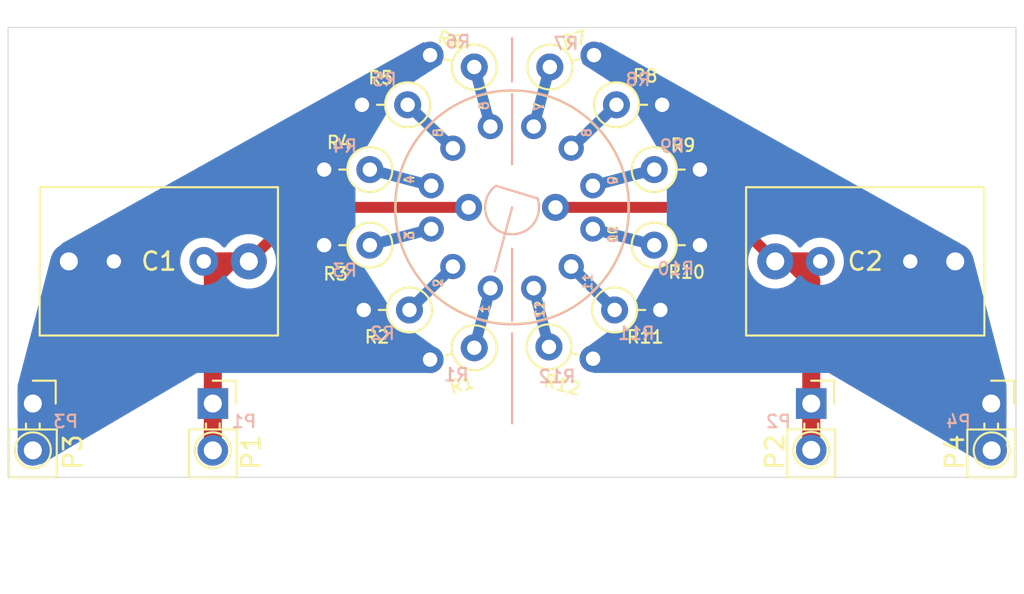
<source format=kicad_pcb>
(kicad_pcb (version 20171130) (host pcbnew "(5.1.2-1)-1")

  (general
    (thickness 1.6)
    (drawings 45)
    (tracks 27)
    (zones 0)
    (modules 25)
    (nets 17)
  )

  (page A4)
  (layers
    (0 F.Cu signal)
    (31 B.Cu signal)
    (32 B.Adhes user hide)
    (33 F.Adhes user hide)
    (34 B.Paste user hide)
    (35 F.Paste user hide)
    (36 B.SilkS user)
    (37 F.SilkS user)
    (38 B.Mask user)
    (39 F.Mask user)
    (40 Dwgs.User user hide)
    (41 Cmts.User user hide)
    (42 Eco1.User user hide)
    (43 Eco2.User user hide)
    (44 Edge.Cuts user)
    (45 Margin user hide)
    (46 B.CrtYd user hide)
    (47 F.CrtYd user hide)
    (48 B.Fab user hide)
    (49 F.Fab user hide)
  )

  (setup
    (last_trace_width 0.25)
    (user_trace_width 0.45)
    (user_trace_width 0.5)
    (user_trace_width 1)
    (trace_clearance 0.2)
    (zone_clearance 0.3)
    (zone_45_only no)
    (trace_min 0.2)
    (via_size 0.8)
    (via_drill 0.4)
    (via_min_size 0.4)
    (via_min_drill 0.3)
    (uvia_size 0.3)
    (uvia_drill 0.1)
    (uvias_allowed no)
    (uvia_min_size 0.2)
    (uvia_min_drill 0.1)
    (edge_width 0.05)
    (segment_width 0.2)
    (pcb_text_width 0.3)
    (pcb_text_size 1.5 1.5)
    (mod_edge_width 0.12)
    (mod_text_size 1 1)
    (mod_text_width 0.15)
    (pad_size 1.4 1.4)
    (pad_drill 0.8)
    (pad_to_mask_clearance 0.051)
    (solder_mask_min_width 0.25)
    (aux_axis_origin 0 0)
    (grid_origin 133 77)
    (visible_elements FFFFFF7F)
    (pcbplotparams
      (layerselection 0x010fc_ffffffff)
      (usegerberextensions false)
      (usegerberattributes false)
      (usegerberadvancedattributes false)
      (creategerberjobfile false)
      (excludeedgelayer true)
      (linewidth 0.100000)
      (plotframeref false)
      (viasonmask false)
      (mode 1)
      (useauxorigin false)
      (hpglpennumber 1)
      (hpglpenspeed 20)
      (hpglpendiameter 15.000000)
      (psnegative false)
      (psa4output false)
      (plotreference true)
      (plotvalue true)
      (plotinvisibletext false)
      (padsonsilk false)
      (subtractmaskfromsilk false)
      (outputformat 1)
      (mirror false)
      (drillshape 1)
      (scaleselection 1)
      (outputdirectory ""))
  )

  (net 0 "")
  (net 1 "Net-(R10-Pad1)")
  (net 2 "Net-(R11-Pad1)")
  (net 3 "Net-(R1-Pad1)")
  (net 4 "Net-(R2-Pad1)")
  (net 5 "Net-(R3-Pad1)")
  (net 6 "Net-(R4-Pad1)")
  (net 7 "Net-(R5-Pad1)")
  (net 8 "Net-(R6-Pad1)")
  (net 9 "Net-(R9-Pad1)")
  (net 10 "Net-(R7-Pad1)")
  (net 11 "Net-(R8-Pad1)")
  (net 12 "Net-(R12-Pad1)")
  (net 13 "Net-(C1-Pad1)")
  (net 14 "Net-(C1-Pad2)")
  (net 15 "Net-(C2-Pad2)")
  (net 16 "Net-(C2-Pad1)")

  (net_class Default "This is the default net class."
    (clearance 0.2)
    (trace_width 0.25)
    (via_dia 0.8)
    (via_drill 0.4)
    (uvia_dia 0.3)
    (uvia_drill 0.1)
  )

  (net_class signal ""
    (clearance 0.15)
    (trace_width 0.6096)
    (via_dia 0.8)
    (via_drill 0.4)
    (uvia_dia 0.3)
    (uvia_drill 0.1)
    (add_net "Net-(C1-Pad1)")
    (add_net "Net-(C1-Pad2)")
    (add_net "Net-(C2-Pad1)")
    (add_net "Net-(C2-Pad2)")
    (add_net "Net-(R1-Pad1)")
    (add_net "Net-(R10-Pad1)")
    (add_net "Net-(R11-Pad1)")
    (add_net "Net-(R12-Pad1)")
    (add_net "Net-(R2-Pad1)")
    (add_net "Net-(R3-Pad1)")
    (add_net "Net-(R4-Pad1)")
    (add_net "Net-(R5-Pad1)")
    (add_net "Net-(R6-Pad1)")
    (add_net "Net-(R7-Pad1)")
    (add_net "Net-(R8-Pad1)")
    (add_net "Net-(R9-Pad1)")
  )

  (module Load-PCB:C_Load-5p (layer F.Cu) (tedit 6043B8C3) (tstamp 6043C18D)
    (at 108.375 65)
    (descr "C, Rect series, Radial, pin pitch=10.00mm, , length*width=13*8mm^2, Capacitor, http://www.wima.com/EN/WIMA_FKS_3.pdf, http://www.wima.com/EN/WIMA_MKS_4.pdf")
    (tags "C Rect series Radial pin pitch 10.00mm  length 13mm width 8mm Capacitor")
    (path /6043DB44)
    (fp_text reference C1 (at 5 0) (layer F.SilkS)
      (effects (font (size 1 1) (thickness 0.15)))
    )
    (fp_text value C (at 5 5.25) (layer F.Fab)
      (effects (font (size 1 1) (thickness 0.15)))
    )
    (fp_text user %R (at 5 0) (layer F.Fab)
      (effects (font (size 1 1) (thickness 0.15)))
    )
    (fp_line (start 11.75 -4.25) (end -1.75 -4.25) (layer F.CrtYd) (width 0.05))
    (fp_line (start 11.75 4.25) (end 11.75 -4.25) (layer F.CrtYd) (width 0.05))
    (fp_line (start -1.75 4.25) (end 11.75 4.25) (layer F.CrtYd) (width 0.05))
    (fp_line (start -1.75 -4.25) (end -1.75 4.25) (layer F.CrtYd) (width 0.05))
    (fp_line (start 11.62 -4.12) (end 11.62 4.12) (layer F.SilkS) (width 0.12))
    (fp_line (start -1.62 -4.12) (end -1.62 4.12) (layer F.SilkS) (width 0.12))
    (fp_line (start -1.62 4.12) (end 11.62 4.12) (layer F.SilkS) (width 0.12))
    (fp_line (start -1.62 -4.12) (end 11.62 -4.12) (layer F.SilkS) (width 0.12))
    (fp_line (start 11.5 -4) (end -1.5 -4) (layer F.Fab) (width 0.1))
    (fp_line (start 11.5 4) (end 11.5 -4) (layer F.Fab) (width 0.1))
    (fp_line (start -1.5 4) (end 11.5 4) (layer F.Fab) (width 0.1))
    (fp_line (start -1.5 -4) (end -1.5 4) (layer F.Fab) (width 0.1))
    (pad 2 thru_hole circle (at 7.5 0) (size 1.6 1.6) (drill 0.8) (layers *.Cu *.Mask)
      (net 14 "Net-(C1-Pad2)"))
    (pad 1 thru_hole circle (at 2.5 0) (size 1.6 1.6) (drill 0.8) (layers *.Cu *.Mask)
      (net 13 "Net-(C1-Pad1)"))
    (pad 2 thru_hole circle (at 10 0) (size 2 2) (drill 1) (layers *.Cu *.Mask)
      (net 14 "Net-(C1-Pad2)"))
    (pad 1 thru_hole circle (at 0 0) (size 2 2) (drill 1) (layers *.Cu *.Mask)
      (net 13 "Net-(C1-Pad1)"))
    (model ${KIPRJMOD}/Lib/3D/C_Rect_L7.2mm_W5.5mm_P5.00mm_FKS2_FKP2_MKS2_MKP2.step
      (offset (xyz 2.5 0 0))
      (scale (xyz 1 1 1))
      (rotate (xyz 0 0 0))
    )
  )

  (module Load-PCB:C_Load-5p (layer F.Cu) (tedit 6043B8C3) (tstamp 60455F7B)
    (at 157.625 65 180)
    (descr "C, Rect series, Radial, pin pitch=10.00mm, , length*width=13*8mm^2, Capacitor, http://www.wima.com/EN/WIMA_FKS_3.pdf, http://www.wima.com/EN/WIMA_MKS_4.pdf")
    (tags "C Rect series Radial pin pitch 10.00mm  length 13mm width 8mm Capacitor")
    (path /6043E717)
    (fp_text reference C2 (at 5 0) (layer F.SilkS)
      (effects (font (size 1 1) (thickness 0.15)))
    )
    (fp_text value C (at 5 5.25) (layer F.Fab)
      (effects (font (size 1 1) (thickness 0.15)))
    )
    (fp_text user %R (at 5 0) (layer F.Fab)
      (effects (font (size 1 1) (thickness 0.15)))
    )
    (fp_line (start 11.75 -4.25) (end -1.75 -4.25) (layer F.CrtYd) (width 0.05))
    (fp_line (start 11.75 4.25) (end 11.75 -4.25) (layer F.CrtYd) (width 0.05))
    (fp_line (start -1.75 4.25) (end 11.75 4.25) (layer F.CrtYd) (width 0.05))
    (fp_line (start -1.75 -4.25) (end -1.75 4.25) (layer F.CrtYd) (width 0.05))
    (fp_line (start 11.62 -4.12) (end 11.62 4.12) (layer F.SilkS) (width 0.12))
    (fp_line (start -1.62 -4.12) (end -1.62 4.12) (layer F.SilkS) (width 0.12))
    (fp_line (start -1.62 4.12) (end 11.62 4.12) (layer F.SilkS) (width 0.12))
    (fp_line (start -1.62 -4.12) (end 11.62 -4.12) (layer F.SilkS) (width 0.12))
    (fp_line (start 11.5 -4) (end -1.5 -4) (layer F.Fab) (width 0.1))
    (fp_line (start 11.5 4) (end 11.5 -4) (layer F.Fab) (width 0.1))
    (fp_line (start -1.5 4) (end 11.5 4) (layer F.Fab) (width 0.1))
    (fp_line (start -1.5 -4) (end -1.5 4) (layer F.Fab) (width 0.1))
    (pad 2 thru_hole circle (at 7.5 0 180) (size 1.6 1.6) (drill 0.8) (layers *.Cu *.Mask)
      (net 15 "Net-(C2-Pad2)"))
    (pad 1 thru_hole circle (at 2.5 0 180) (size 1.6 1.6) (drill 0.8) (layers *.Cu *.Mask)
      (net 16 "Net-(C2-Pad1)"))
    (pad 2 thru_hole circle (at 10 0 180) (size 2 2) (drill 1) (layers *.Cu *.Mask)
      (net 15 "Net-(C2-Pad2)"))
    (pad 1 thru_hole circle (at 0 0 180) (size 2 2) (drill 1) (layers *.Cu *.Mask)
      (net 16 "Net-(C2-Pad1)"))
    (model ${KIPRJMOD}/Lib/3D/C_Rect_L7.2mm_W5.5mm_P5.00mm_FKS2_FKP2_MKS2_MKP2.step
      (offset (xyz 2.5 0 0))
      (scale (xyz 1 1 1))
      (rotate (xyz 0 0 0))
    )
  )

  (module Load-PCB:R_Axial_Load_L6.3mm_D2.5mm_P2.54mm (layer F.Cu) (tedit 6018694E) (tstamp 604553B3)
    (at 135.1 54.2 15)
    (descr "Resistor, Axial_DIN0207 series, Axial, Vertical, pin pitch=2.54mm, 0.25W = 1/4W, length*diameter=6.3*2.5mm^2, http://cdn-reichelt.de/documents/datenblatt/B400/1_4W%23YAG.pdf")
    (tags "Resistor Axial_DIN0207 series Axial Vertical pin pitch 2.54mm 0.25W = 1/4W length 6.3mm diameter 2.5mm")
    (path /60122D17)
    (fp_text reference R7 (at 1.7 -1.1 15 unlocked) (layer F.SilkS)
      (effects (font (size 0.7 0.7) (thickness 0.12)))
    )
    (fp_text value R_US (at 1.27 2.37 15) (layer F.Fab)
      (effects (font (size 1 1) (thickness 0.15)))
    )
    (fp_text user %R (at 1.27 -2.37 15) (layer F.Fab)
      (effects (font (size 1 1) (thickness 0.15)))
    )
    (fp_line (start 3.39 -1.3) (end -1.4 -1.3) (layer F.CrtYd) (width 0.05))
    (fp_line (start 3.4 1.3) (end 3.39 -1.3) (layer F.CrtYd) (width 0.05))
    (fp_line (start -1.4 1.3) (end 3.4 1.3) (layer F.CrtYd) (width 0.05))
    (fp_line (start -1.4 -1.3) (end -1.4 1.3) (layer F.CrtYd) (width 0.05))
    (fp_line (start 1.7 0) (end 1.25 0) (layer F.SilkS) (width 0.12))
    (fp_line (start 0 0) (end 2.54 0) (layer F.Fab) (width 0.1))
    (fp_circle (center 0 0) (end 1.25 0) (layer F.SilkS) (width 0.12))
    (fp_circle (center 0 0) (end 1.15 0) (layer F.Fab) (width 0.1))
    (pad 2 thru_hole circle (at 2.54 0 15) (size 1.5 1.5) (drill 0.8) (layers *.Cu *.Mask)
      (net 16 "Net-(C2-Pad1)"))
    (pad 1 thru_hole circle (at 0 0 15) (size 1.5 1.5) (drill 0.8) (layers *.Cu *.Mask)
      (net 10 "Net-(R7-Pad1)"))
    (model ${KISYS3DMOD}/Resistor_THT.3dshapes/R_Axial_DIN0207_L6.3mm_D2.5mm_P2.54mm_Vertical.wrl
      (at (xyz 0 0 0))
      (scale (xyz 1 1 1))
      (rotate (xyz 0 0 0))
    )
  )

  (module Load-PCB:R_Axial_Load_L6.3mm_D2.5mm_P2.54mm (layer F.Cu) (tedit 6018694E) (tstamp 601C24C7)
    (at 140.9 64.1)
    (descr "Resistor, Axial_DIN0207 series, Axial, Vertical, pin pitch=2.54mm, 0.25W = 1/4W, length*diameter=6.3*2.5mm^2, http://cdn-reichelt.de/documents/datenblatt/B400/1_4W%23YAG.pdf")
    (tags "Resistor Axial_DIN0207 series Axial Vertical pin pitch 2.54mm 0.25W = 1/4W length 6.3mm diameter 2.5mm")
    (path /601238BA)
    (fp_text reference R10 (at 1.8 1.5) (layer F.SilkS)
      (effects (font (size 0.7 0.7) (thickness 0.12)))
    )
    (fp_text value R_US (at 1.27 2.37) (layer F.Fab)
      (effects (font (size 1 1) (thickness 0.15)))
    )
    (fp_text user %R (at 1.27 -2.37) (layer F.Fab)
      (effects (font (size 1 1) (thickness 0.15)))
    )
    (fp_line (start 3.39 -1.3) (end -1.4 -1.3) (layer F.CrtYd) (width 0.05))
    (fp_line (start 3.4 1.3) (end 3.39 -1.3) (layer F.CrtYd) (width 0.05))
    (fp_line (start -1.4 1.3) (end 3.4 1.3) (layer F.CrtYd) (width 0.05))
    (fp_line (start -1.4 -1.3) (end -1.4 1.3) (layer F.CrtYd) (width 0.05))
    (fp_line (start 1.7 0) (end 1.25 0) (layer F.SilkS) (width 0.12))
    (fp_line (start 0 0) (end 2.54 0) (layer F.Fab) (width 0.1))
    (fp_circle (center 0 0) (end 1.25 0) (layer F.SilkS) (width 0.12))
    (fp_circle (center 0 0) (end 1.15 0) (layer F.Fab) (width 0.1))
    (pad 2 thru_hole circle (at 2.54 0) (size 1.5 1.5) (drill 0.8) (layers *.Cu *.Mask)
      (net 16 "Net-(C2-Pad1)"))
    (pad 1 thru_hole circle (at 0 0) (size 1.5 1.5) (drill 0.8) (layers *.Cu *.Mask)
      (net 1 "Net-(R10-Pad1)"))
    (model ${KISYS3DMOD}/Resistor_THT.3dshapes/R_Axial_DIN0207_L6.3mm_D2.5mm_P2.54mm_Vertical.wrl
      (at (xyz 0 0 0))
      (scale (xyz 1 1 1))
      (rotate (xyz 0 0 0))
    )
  )

  (module Load-PCB:R_Axial_Load_L6.3mm_D2.5mm_P2.54mm (layer F.Cu) (tedit 6018694E) (tstamp 60455658)
    (at 130.9 69.8 195)
    (descr "Resistor, Axial_DIN0207 series, Axial, Vertical, pin pitch=2.54mm, 0.25W = 1/4W, length*diameter=6.3*2.5mm^2, http://cdn-reichelt.de/documents/datenblatt/B400/1_4W%23YAG.pdf")
    (tags "Resistor Axial_DIN0207 series Axial Vertical pin pitch 2.54mm 0.25W = 1/4W length 6.3mm diameter 2.5mm")
    (path /6012083B)
    (fp_text reference R1 (at 1.2 -1.8 15) (layer F.SilkS)
      (effects (font (size 0.7 0.7) (thickness 0.12)))
    )
    (fp_text value R_US (at 1.27 2.37 15) (layer F.Fab)
      (effects (font (size 1 1) (thickness 0.15)))
    )
    (fp_text user %R (at 1.27 -2.37 15) (layer F.Fab)
      (effects (font (size 1 1) (thickness 0.15)))
    )
    (fp_line (start 3.39 -1.3) (end -1.4 -1.3) (layer F.CrtYd) (width 0.05))
    (fp_line (start 3.4 1.3) (end 3.39 -1.3) (layer F.CrtYd) (width 0.05))
    (fp_line (start -1.4 1.3) (end 3.4 1.3) (layer F.CrtYd) (width 0.05))
    (fp_line (start -1.4 -1.3) (end -1.4 1.3) (layer F.CrtYd) (width 0.05))
    (fp_line (start 1.7 0) (end 1.25 0) (layer F.SilkS) (width 0.12))
    (fp_line (start 0 0) (end 2.54 0) (layer F.Fab) (width 0.1))
    (fp_circle (center 0 0) (end 1.25 0) (layer F.SilkS) (width 0.12))
    (fp_circle (center 0 0) (end 1.15 0) (layer F.Fab) (width 0.1))
    (pad 2 thru_hole circle (at 2.54 0 195) (size 1.5 1.5) (drill 0.8) (layers *.Cu *.Mask)
      (net 13 "Net-(C1-Pad1)"))
    (pad 1 thru_hole circle (at 0 0 195) (size 1.5 1.5) (drill 0.8) (layers *.Cu *.Mask)
      (net 3 "Net-(R1-Pad1)"))
    (model ${KISYS3DMOD}/Resistor_THT.3dshapes/R_Axial_DIN0207_L6.3mm_D2.5mm_P2.54mm_Vertical.wrl
      (at (xyz 0 0 0))
      (scale (xyz 1 1 1))
      (rotate (xyz 0 0 0))
    )
  )

  (module Load-PCB:R_Axial_Load_L6.3mm_D2.5mm_P2.54mm (layer F.Cu) (tedit 6018694E) (tstamp 604555F4)
    (at 127.3 67.7 180)
    (descr "Resistor, Axial_DIN0207 series, Axial, Vertical, pin pitch=2.54mm, 0.25W = 1/4W, length*diameter=6.3*2.5mm^2, http://cdn-reichelt.de/documents/datenblatt/B400/1_4W%23YAG.pdf")
    (tags "Resistor Axial_DIN0207 series Axial Vertical pin pitch 2.54mm 0.25W = 1/4W length 6.3mm diameter 2.5mm")
    (path /601220C0)
    (fp_text reference R2 (at 1.8 -1.5) (layer F.SilkS)
      (effects (font (size 0.7 0.7) (thickness 0.12)))
    )
    (fp_text value R_US (at 1.27 2.37) (layer F.Fab)
      (effects (font (size 1 1) (thickness 0.15)))
    )
    (fp_text user %R (at 1.27 -2.37) (layer F.Fab)
      (effects (font (size 1 1) (thickness 0.15)))
    )
    (fp_line (start 3.39 -1.3) (end -1.4 -1.3) (layer F.CrtYd) (width 0.05))
    (fp_line (start 3.4 1.3) (end 3.39 -1.3) (layer F.CrtYd) (width 0.05))
    (fp_line (start -1.4 1.3) (end 3.4 1.3) (layer F.CrtYd) (width 0.05))
    (fp_line (start -1.4 -1.3) (end -1.4 1.3) (layer F.CrtYd) (width 0.05))
    (fp_line (start 1.7 0) (end 1.25 0) (layer F.SilkS) (width 0.12))
    (fp_line (start 0 0) (end 2.54 0) (layer F.Fab) (width 0.1))
    (fp_circle (center 0 0) (end 1.25 0) (layer F.SilkS) (width 0.12))
    (fp_circle (center 0 0) (end 1.15 0) (layer F.Fab) (width 0.1))
    (pad 2 thru_hole circle (at 2.54 0 180) (size 1.5 1.5) (drill 0.8) (layers *.Cu *.Mask)
      (net 13 "Net-(C1-Pad1)"))
    (pad 1 thru_hole circle (at 0 0 180) (size 1.5 1.5) (drill 0.8) (layers *.Cu *.Mask)
      (net 4 "Net-(R2-Pad1)"))
    (model ${KISYS3DMOD}/Resistor_THT.3dshapes/R_Axial_DIN0207_L6.3mm_D2.5mm_P2.54mm_Vertical.wrl
      (at (xyz 0 0 0))
      (scale (xyz 1 1 1))
      (rotate (xyz 0 0 0))
    )
  )

  (module Load-PCB:R_Axial_Load_L6.3mm_D2.5mm_P2.54mm (layer F.Cu) (tedit 6018694E) (tstamp 60455542)
    (at 125.1 64.1 180)
    (descr "Resistor, Axial_DIN0207 series, Axial, Vertical, pin pitch=2.54mm, 0.25W = 1/4W, length*diameter=6.3*2.5mm^2, http://cdn-reichelt.de/documents/datenblatt/B400/1_4W%23YAG.pdf")
    (tags "Resistor Axial_DIN0207 series Axial Vertical pin pitch 2.54mm 0.25W = 1/4W length 6.3mm diameter 2.5mm")
    (path /601222A9)
    (fp_text reference R3 (at 1.9 -1.6) (layer F.SilkS)
      (effects (font (size 0.7 0.7) (thickness 0.12)))
    )
    (fp_text value R_US (at 1.27 2.37) (layer F.Fab)
      (effects (font (size 1 1) (thickness 0.15)))
    )
    (fp_text user %R (at 1.27 -2.37) (layer F.Fab)
      (effects (font (size 1 1) (thickness 0.15)))
    )
    (fp_line (start 3.39 -1.3) (end -1.4 -1.3) (layer F.CrtYd) (width 0.05))
    (fp_line (start 3.4 1.3) (end 3.39 -1.3) (layer F.CrtYd) (width 0.05))
    (fp_line (start -1.4 1.3) (end 3.4 1.3) (layer F.CrtYd) (width 0.05))
    (fp_line (start -1.4 -1.3) (end -1.4 1.3) (layer F.CrtYd) (width 0.05))
    (fp_line (start 1.7 0) (end 1.25 0) (layer F.SilkS) (width 0.12))
    (fp_line (start 0 0) (end 2.54 0) (layer F.Fab) (width 0.1))
    (fp_circle (center 0 0) (end 1.25 0) (layer F.SilkS) (width 0.12))
    (fp_circle (center 0 0) (end 1.15 0) (layer F.Fab) (width 0.1))
    (pad 2 thru_hole circle (at 2.54 0 180) (size 1.5 1.5) (drill 0.8) (layers *.Cu *.Mask)
      (net 13 "Net-(C1-Pad1)"))
    (pad 1 thru_hole circle (at 0 0 180) (size 1.5 1.5) (drill 0.8) (layers *.Cu *.Mask)
      (net 5 "Net-(R3-Pad1)"))
    (model ${KISYS3DMOD}/Resistor_THT.3dshapes/R_Axial_DIN0207_L6.3mm_D2.5mm_P2.54mm_Vertical.wrl
      (at (xyz 0 0 0))
      (scale (xyz 1 1 1))
      (rotate (xyz 0 0 0))
    )
  )

  (module Load-PCB:R_Axial_Load_L6.3mm_D2.5mm_P2.54mm (layer F.Cu) (tedit 6018694E) (tstamp 604554CF)
    (at 125.1 59.9 180)
    (descr "Resistor, Axial_DIN0207 series, Axial, Vertical, pin pitch=2.54mm, 0.25W = 1/4W, length*diameter=6.3*2.5mm^2, http://cdn-reichelt.de/documents/datenblatt/B400/1_4W%23YAG.pdf")
    (tags "Resistor Axial_DIN0207 series Axial Vertical pin pitch 2.54mm 0.25W = 1/4W length 6.3mm diameter 2.5mm")
    (path /601225CD)
    (fp_text reference R4 (at 1.7 1.5) (layer F.SilkS)
      (effects (font (size 0.7 0.7) (thickness 0.12)))
    )
    (fp_text value R_US (at 1.27 2.37) (layer F.Fab)
      (effects (font (size 1 1) (thickness 0.15)))
    )
    (fp_text user %R (at 1.27 -2.37) (layer F.Fab)
      (effects (font (size 1 1) (thickness 0.15)))
    )
    (fp_line (start 3.39 -1.3) (end -1.4 -1.3) (layer F.CrtYd) (width 0.05))
    (fp_line (start 3.4 1.3) (end 3.39 -1.3) (layer F.CrtYd) (width 0.05))
    (fp_line (start -1.4 1.3) (end 3.4 1.3) (layer F.CrtYd) (width 0.05))
    (fp_line (start -1.4 -1.3) (end -1.4 1.3) (layer F.CrtYd) (width 0.05))
    (fp_line (start 1.7 0) (end 1.25 0) (layer F.SilkS) (width 0.12))
    (fp_line (start 0 0) (end 2.54 0) (layer F.Fab) (width 0.1))
    (fp_circle (center 0 0) (end 1.25 0) (layer F.SilkS) (width 0.12))
    (fp_circle (center 0 0) (end 1.15 0) (layer F.Fab) (width 0.1))
    (pad 2 thru_hole circle (at 2.54 0 180) (size 1.5 1.5) (drill 0.8) (layers *.Cu *.Mask)
      (net 13 "Net-(C1-Pad1)"))
    (pad 1 thru_hole circle (at 0 0 180) (size 1.5 1.5) (drill 0.8) (layers *.Cu *.Mask)
      (net 6 "Net-(R4-Pad1)"))
    (model ${KISYS3DMOD}/Resistor_THT.3dshapes/R_Axial_DIN0207_L6.3mm_D2.5mm_P2.54mm_Vertical.wrl
      (at (xyz 0 0 0))
      (scale (xyz 1 1 1))
      (rotate (xyz 0 0 0))
    )
  )

  (module Load-PCB:R_Axial_Load_L6.3mm_D2.5mm_P2.54mm (layer F.Cu) (tedit 6018694E) (tstamp 6045543A)
    (at 127.2 56.3 180)
    (descr "Resistor, Axial_DIN0207 series, Axial, Vertical, pin pitch=2.54mm, 0.25W = 1/4W, length*diameter=6.3*2.5mm^2, http://cdn-reichelt.de/documents/datenblatt/B400/1_4W%23YAG.pdf")
    (tags "Resistor Axial_DIN0207 series Axial Vertical pin pitch 2.54mm 0.25W = 1/4W length 6.3mm diameter 2.5mm")
    (path /6012285C)
    (fp_text reference R5 (at 1.5 1.5) (layer F.SilkS)
      (effects (font (size 0.7 0.7) (thickness 0.12)))
    )
    (fp_text value R_US (at 1.27 2.37) (layer F.Fab)
      (effects (font (size 1 1) (thickness 0.15)))
    )
    (fp_text user %R (at 1.27 -2.37) (layer F.Fab)
      (effects (font (size 1 1) (thickness 0.15)))
    )
    (fp_line (start 3.39 -1.3) (end -1.4 -1.3) (layer F.CrtYd) (width 0.05))
    (fp_line (start 3.4 1.3) (end 3.39 -1.3) (layer F.CrtYd) (width 0.05))
    (fp_line (start -1.4 1.3) (end 3.4 1.3) (layer F.CrtYd) (width 0.05))
    (fp_line (start -1.4 -1.3) (end -1.4 1.3) (layer F.CrtYd) (width 0.05))
    (fp_line (start 1.7 0) (end 1.25 0) (layer F.SilkS) (width 0.12))
    (fp_line (start 0 0) (end 2.54 0) (layer F.Fab) (width 0.1))
    (fp_circle (center 0 0) (end 1.25 0) (layer F.SilkS) (width 0.12))
    (fp_circle (center 0 0) (end 1.15 0) (layer F.Fab) (width 0.1))
    (pad 2 thru_hole circle (at 2.54 0 180) (size 1.5 1.5) (drill 0.8) (layers *.Cu *.Mask)
      (net 13 "Net-(C1-Pad1)"))
    (pad 1 thru_hole circle (at 0 0 180) (size 1.5 1.5) (drill 0.8) (layers *.Cu *.Mask)
      (net 7 "Net-(R5-Pad1)"))
    (model ${KISYS3DMOD}/Resistor_THT.3dshapes/R_Axial_DIN0207_L6.3mm_D2.5mm_P2.54mm_Vertical.wrl
      (at (xyz 0 0 0))
      (scale (xyz 1 1 1))
      (rotate (xyz 0 0 0))
    )
  )

  (module Load-PCB:R_Axial_Load_L6.3mm_D2.5mm_P2.54mm (layer F.Cu) (tedit 6018694E) (tstamp 6045536C)
    (at 130.9 54.2 165)
    (descr "Resistor, Axial_DIN0207 series, Axial, Vertical, pin pitch=2.54mm, 0.25W = 1/4W, length*diameter=6.3*2.5mm^2, http://cdn-reichelt.de/documents/datenblatt/B400/1_4W%23YAG.pdf")
    (tags "Resistor Axial_DIN0207 series Axial Vertical pin pitch 2.54mm 0.25W = 1/4W length 6.3mm diameter 2.5mm")
    (path /60122A90)
    (fp_text reference R6 (at 1.7 1.1 -15 unlocked) (layer F.SilkS)
      (effects (font (size 0.7 0.7) (thickness 0.12)))
    )
    (fp_text value R_US (at 1.27 2.37 165) (layer F.Fab)
      (effects (font (size 1 1) (thickness 0.15)))
    )
    (fp_text user %R (at 1.27 -2.37 165) (layer F.Fab)
      (effects (font (size 1 1) (thickness 0.15)))
    )
    (fp_line (start 3.39 -1.3) (end -1.4 -1.3) (layer F.CrtYd) (width 0.05))
    (fp_line (start 3.4 1.3) (end 3.39 -1.3) (layer F.CrtYd) (width 0.05))
    (fp_line (start -1.4 1.3) (end 3.4 1.3) (layer F.CrtYd) (width 0.05))
    (fp_line (start -1.4 -1.3) (end -1.4 1.3) (layer F.CrtYd) (width 0.05))
    (fp_line (start 1.7 0) (end 1.25 0) (layer F.SilkS) (width 0.12))
    (fp_line (start 0 0) (end 2.54 0) (layer F.Fab) (width 0.1))
    (fp_circle (center 0 0) (end 1.25 0) (layer F.SilkS) (width 0.12))
    (fp_circle (center 0 0) (end 1.15 0) (layer F.Fab) (width 0.1))
    (pad 2 thru_hole circle (at 2.54 0 165) (size 1.5 1.5) (drill 0.8) (layers *.Cu *.Mask)
      (net 13 "Net-(C1-Pad1)"))
    (pad 1 thru_hole circle (at 0 0 165) (size 1.5 1.5) (drill 0.8) (layers *.Cu *.Mask)
      (net 8 "Net-(R6-Pad1)"))
    (model ${KISYS3DMOD}/Resistor_THT.3dshapes/R_Axial_DIN0207_L6.3mm_D2.5mm_P2.54mm_Vertical.wrl
      (at (xyz 0 0 0))
      (scale (xyz 1 1 1))
      (rotate (xyz 0 0 0))
    )
  )

  (module Load-PCB:R_Axial_Load_L6.3mm_D2.5mm_P2.54mm (layer F.Cu) (tedit 6018694E) (tstamp 601C2377)
    (at 138.8 56.3)
    (descr "Resistor, Axial_DIN0207 series, Axial, Vertical, pin pitch=2.54mm, 0.25W = 1/4W, length*diameter=6.3*2.5mm^2, http://cdn-reichelt.de/documents/datenblatt/B400/1_4W%23YAG.pdf")
    (tags "Resistor Axial_DIN0207 series Axial Vertical pin pitch 2.54mm 0.25W = 1/4W length 6.3mm diameter 2.5mm")
    (path /601230BC)
    (fp_text reference R8 (at 1.6 -1.6) (layer F.SilkS)
      (effects (font (size 0.7 0.7) (thickness 0.12)))
    )
    (fp_text value R_US (at 1.27 2.37) (layer F.Fab)
      (effects (font (size 1 1) (thickness 0.15)))
    )
    (fp_text user %R (at 1.27 -2.37) (layer F.Fab)
      (effects (font (size 1 1) (thickness 0.15)))
    )
    (fp_line (start 3.39 -1.3) (end -1.4 -1.3) (layer F.CrtYd) (width 0.05))
    (fp_line (start 3.4 1.3) (end 3.39 -1.3) (layer F.CrtYd) (width 0.05))
    (fp_line (start -1.4 1.3) (end 3.4 1.3) (layer F.CrtYd) (width 0.05))
    (fp_line (start -1.4 -1.3) (end -1.4 1.3) (layer F.CrtYd) (width 0.05))
    (fp_line (start 1.7 0) (end 1.25 0) (layer F.SilkS) (width 0.12))
    (fp_line (start 0 0) (end 2.54 0) (layer F.Fab) (width 0.1))
    (fp_circle (center 0 0) (end 1.25 0) (layer F.SilkS) (width 0.12))
    (fp_circle (center 0 0) (end 1.15 0) (layer F.Fab) (width 0.1))
    (pad 2 thru_hole circle (at 2.54 0) (size 1.5 1.5) (drill 0.8) (layers *.Cu *.Mask)
      (net 16 "Net-(C2-Pad1)"))
    (pad 1 thru_hole circle (at 0 0) (size 1.5 1.5) (drill 0.8) (layers *.Cu *.Mask)
      (net 11 "Net-(R8-Pad1)"))
    (model ${KISYS3DMOD}/Resistor_THT.3dshapes/R_Axial_DIN0207_L6.3mm_D2.5mm_P2.54mm_Vertical.wrl
      (at (xyz 0 0 0))
      (scale (xyz 1 1 1))
      (rotate (xyz 0 0 0))
    )
  )

  (module Load-PCB:R_Axial_Load_L6.3mm_D2.5mm_P2.54mm (layer F.Cu) (tedit 6018694E) (tstamp 601C234D)
    (at 140.9 59.9)
    (descr "Resistor, Axial_DIN0207 series, Axial, Vertical, pin pitch=2.54mm, 0.25W = 1/4W, length*diameter=6.3*2.5mm^2, http://cdn-reichelt.de/documents/datenblatt/B400/1_4W%23YAG.pdf")
    (tags "Resistor Axial_DIN0207 series Axial Vertical pin pitch 2.54mm 0.25W = 1/4W length 6.3mm diameter 2.5mm")
    (path /60123605)
    (fp_text reference R9 (at 1.6 -1.35) (layer F.SilkS)
      (effects (font (size 0.7 0.7) (thickness 0.12)))
    )
    (fp_text value R_US (at 1.27 2.37) (layer F.Fab)
      (effects (font (size 1 1) (thickness 0.15)))
    )
    (fp_text user %R (at 1.27 -2.37) (layer F.Fab)
      (effects (font (size 1 1) (thickness 0.15)))
    )
    (fp_line (start 3.39 -1.3) (end -1.4 -1.3) (layer F.CrtYd) (width 0.05))
    (fp_line (start 3.4 1.3) (end 3.39 -1.3) (layer F.CrtYd) (width 0.05))
    (fp_line (start -1.4 1.3) (end 3.4 1.3) (layer F.CrtYd) (width 0.05))
    (fp_line (start -1.4 -1.3) (end -1.4 1.3) (layer F.CrtYd) (width 0.05))
    (fp_line (start 1.7 0) (end 1.25 0) (layer F.SilkS) (width 0.12))
    (fp_line (start 0 0) (end 2.54 0) (layer F.Fab) (width 0.1))
    (fp_circle (center 0 0) (end 1.25 0) (layer F.SilkS) (width 0.12))
    (fp_circle (center 0 0) (end 1.15 0) (layer F.Fab) (width 0.1))
    (pad 2 thru_hole circle (at 2.54 0) (size 1.5 1.5) (drill 0.8) (layers *.Cu *.Mask)
      (net 16 "Net-(C2-Pad1)"))
    (pad 1 thru_hole circle (at 0 0) (size 1.5 1.5) (drill 0.8) (layers *.Cu *.Mask)
      (net 9 "Net-(R9-Pad1)"))
    (model ${KISYS3DMOD}/Resistor_THT.3dshapes/R_Axial_DIN0207_L6.3mm_D2.5mm_P2.54mm_Vertical.wrl
      (at (xyz 0 0 0))
      (scale (xyz 1 1 1))
      (rotate (xyz 0 0 0))
    )
  )

  (module Load-PCB:R_Axial_Load_L6.3mm_D2.5mm_P2.54mm (layer F.Cu) (tedit 6018694E) (tstamp 601C2323)
    (at 138.7 67.7)
    (descr "Resistor, Axial_DIN0207 series, Axial, Vertical, pin pitch=2.54mm, 0.25W = 1/4W, length*diameter=6.3*2.5mm^2, http://cdn-reichelt.de/documents/datenblatt/B400/1_4W%23YAG.pdf")
    (tags "Resistor Axial_DIN0207 series Axial Vertical pin pitch 2.54mm 0.25W = 1/4W length 6.3mm diameter 2.5mm")
    (path /60123B88)
    (fp_text reference R11 (at 1.7 1.5 180) (layer F.SilkS)
      (effects (font (size 0.7 0.7) (thickness 0.12)))
    )
    (fp_text value R_US (at 1.27 2.37) (layer F.Fab)
      (effects (font (size 1 1) (thickness 0.15)))
    )
    (fp_text user %R (at 1.27 -2.37) (layer F.Fab)
      (effects (font (size 1 1) (thickness 0.15)))
    )
    (fp_line (start 3.39 -1.3) (end -1.4 -1.3) (layer F.CrtYd) (width 0.05))
    (fp_line (start 3.4 1.3) (end 3.39 -1.3) (layer F.CrtYd) (width 0.05))
    (fp_line (start -1.4 1.3) (end 3.4 1.3) (layer F.CrtYd) (width 0.05))
    (fp_line (start -1.4 -1.3) (end -1.4 1.3) (layer F.CrtYd) (width 0.05))
    (fp_line (start 1.7 0) (end 1.25 0) (layer F.SilkS) (width 0.12))
    (fp_line (start 0 0) (end 2.54 0) (layer F.Fab) (width 0.1))
    (fp_circle (center 0 0) (end 1.25 0) (layer F.SilkS) (width 0.12))
    (fp_circle (center 0 0) (end 1.15 0) (layer F.Fab) (width 0.1))
    (pad 2 thru_hole circle (at 2.54 0) (size 1.5 1.5) (drill 0.8) (layers *.Cu *.Mask)
      (net 16 "Net-(C2-Pad1)"))
    (pad 1 thru_hole circle (at 0 0) (size 1.5 1.5) (drill 0.8) (layers *.Cu *.Mask)
      (net 2 "Net-(R11-Pad1)"))
    (model ${KISYS3DMOD}/Resistor_THT.3dshapes/R_Axial_DIN0207_L6.3mm_D2.5mm_P2.54mm_Vertical.wrl
      (at (xyz 0 0 0))
      (scale (xyz 1 1 1))
      (rotate (xyz 0 0 0))
    )
  )

  (module Load-PCB:R_Axial_Load_L6.3mm_D2.5mm_P2.54mm (layer F.Cu) (tedit 6018694E) (tstamp 6043D3AC)
    (at 135.05 69.75 345)
    (descr "Resistor, Axial_DIN0207 series, Axial, Vertical, pin pitch=2.54mm, 0.25W = 1/4W, length*diameter=6.3*2.5mm^2, http://cdn-reichelt.de/documents/datenblatt/B400/1_4W%23YAG.pdf")
    (tags "Resistor Axial_DIN0207 series Axial Vertical pin pitch 2.54mm 0.25W = 1/4W length 6.3mm diameter 2.5mm")
    (path /60123E6F)
    (fp_text reference R12 (at 1.25 1.85 165) (layer F.SilkS)
      (effects (font (size 0.7 0.7) (thickness 0.12)))
    )
    (fp_text value R_US (at 1.27 2.37 165) (layer F.Fab)
      (effects (font (size 1 1) (thickness 0.15)))
    )
    (fp_text user %R (at 1.27 -2.37 165) (layer F.Fab)
      (effects (font (size 1 1) (thickness 0.15)))
    )
    (fp_line (start 3.39 -1.3) (end -1.4 -1.3) (layer F.CrtYd) (width 0.05))
    (fp_line (start 3.4 1.3) (end 3.39 -1.3) (layer F.CrtYd) (width 0.05))
    (fp_line (start -1.4 1.3) (end 3.4 1.3) (layer F.CrtYd) (width 0.05))
    (fp_line (start -1.4 -1.3) (end -1.4 1.3) (layer F.CrtYd) (width 0.05))
    (fp_line (start 1.7 0) (end 1.25 0) (layer F.SilkS) (width 0.12))
    (fp_line (start 0 0) (end 2.54 0) (layer F.Fab) (width 0.1))
    (fp_circle (center 0 0) (end 1.25 0) (layer F.SilkS) (width 0.12))
    (fp_circle (center 0 0) (end 1.15 0) (layer F.Fab) (width 0.1))
    (pad 2 thru_hole circle (at 2.54 0 345) (size 1.5 1.5) (drill 0.8) (layers *.Cu *.Mask)
      (net 16 "Net-(C2-Pad1)"))
    (pad 1 thru_hole circle (at 0 0 345) (size 1.5 1.5) (drill 0.8) (layers *.Cu *.Mask)
      (net 12 "Net-(R12-Pad1)"))
    (model ${KISYS3DMOD}/Resistor_THT.3dshapes/R_Axial_DIN0207_L6.3mm_D2.5mm_P2.54mm_Vertical.wrl
      (at (xyz 0 0 0))
      (scale (xyz 1 1 1))
      (rotate (xyz 0 0 0))
    )
  )

  (module Load-PCB:Grayhill_56_12 (layer F.Cu) (tedit 60196EF8) (tstamp 601C2286)
    (at 133 62 270)
    (path /6011F1EE)
    (fp_text reference SW1 (at -2 -0.1) (layer F.SilkS) hide
      (effects (font (size 0.7 0.7) (thickness 0.12)))
    )
    (fp_text value SW_Rotary2x6 (at 0 7.345 90) (layer F.Fab)
      (effects (font (size 1 1) (thickness 0.15)))
    )
    (fp_arc (start -0.01 -0.01) (end -1.199999 0.899999) (angle -252.0131141) (layer F.SilkS) (width 0.12))
    (fp_text user 1 (at 5.65 1.5 90) (layer F.SilkS)
      (effects (font (size 0.5 0.5) (thickness 0.1)))
    )
    (fp_text user 2 (at 4.2 4.1 90) (layer F.SilkS)
      (effects (font (size 0.5 0.5) (thickness 0.1)))
    )
    (fp_text user 3 (at 1.55 5.7 90) (layer F.SilkS)
      (effects (font (size 0.5 0.5) (thickness 0.1)))
    )
    (fp_text user 4 (at -1.55 5.7 90) (layer F.SilkS)
      (effects (font (size 0.5 0.5) (thickness 0.1)))
    )
    (fp_text user 5 (at -4.15 4.1 90) (layer F.SilkS)
      (effects (font (size 0.5 0.5) (thickness 0.1)))
    )
    (fp_text user 6 (at -5.65 1.55 90) (layer F.SilkS)
      (effects (font (size 0.5 0.5) (thickness 0.1)))
    )
    (fp_text user 7 (at -5.6 -1.5 90) (layer F.SilkS)
      (effects (font (size 0.5 0.5) (thickness 0.1)))
    )
    (fp_text user 8 (at -4.15 -4.15 90) (layer F.SilkS)
      (effects (font (size 0.5 0.5) (thickness 0.1)))
    )
    (fp_text user 9 (at -1.5 -5.6 90) (layer F.SilkS)
      (effects (font (size 0.5 0.5) (thickness 0.1)))
    )
    (fp_text user 10 (at 1.5 -5.6 90) (layer F.SilkS)
      (effects (font (size 0.5 0.5) (thickness 0.1)))
    )
    (fp_text user 11 (at 4.15 -4.2 90) (layer F.SilkS)
      (effects (font (size 0.5 0.5) (thickness 0.1)))
    )
    (fp_text user 12 (at 5.67 -1.55 90) (layer F.SilkS)
      (effects (font (size 0.5 0.5) (thickness 0.1)))
    )
    (fp_text user 1 (at 5.65 1.5 90) (layer B.SilkS)
      (effects (font (size 0.5 0.5) (thickness 0.1)) (justify mirror))
    )
    (fp_text user 2 (at 4.2 4.1 90) (layer B.SilkS)
      (effects (font (size 0.5 0.5) (thickness 0.1)) (justify mirror))
    )
    (fp_text user 3 (at 1.55 5.7 90) (layer B.SilkS)
      (effects (font (size 0.5 0.5) (thickness 0.1)) (justify mirror))
    )
    (fp_text user 4 (at -1.55 5.7 90) (layer B.SilkS)
      (effects (font (size 0.5 0.5) (thickness 0.1)) (justify mirror))
    )
    (fp_text user 5 (at -4.15 4.1 90) (layer B.SilkS)
      (effects (font (size 0.5 0.5) (thickness 0.1)) (justify mirror))
    )
    (fp_text user 6 (at -5.65 1.55 90) (layer B.SilkS)
      (effects (font (size 0.5 0.5) (thickness 0.1)) (justify mirror))
    )
    (fp_text user 7 (at -5.6 -1.5 90) (layer B.SilkS)
      (effects (font (size 0.5 0.5) (thickness 0.1)) (justify mirror))
    )
    (fp_text user 8 (at -4.15 -4.15 90) (layer B.SilkS)
      (effects (font (size 0.5 0.5) (thickness 0.1)) (justify mirror))
    )
    (fp_text user 9 (at -1.5 -5.6 90) (layer B.SilkS)
      (effects (font (size 0.5 0.5) (thickness 0.1)) (justify mirror))
    )
    (fp_text user 10 (at 1.5 -5.6 90) (layer B.SilkS)
      (effects (font (size 0.5 0.5) (thickness 0.1)) (justify mirror))
    )
    (fp_text user 11 (at 4.15 -4.2 90) (layer B.SilkS)
      (effects (font (size 0.5 0.5) (thickness 0.1)) (justify mirror))
    )
    (fp_text user 12 (at 5.67 -1.55 90) (layer B.SilkS)
      (effects (font (size 0.5 0.5) (thickness 0.1)) (justify mirror))
    )
    (fp_line (start -0.5 -1.4) (end -1.2 0.9) (layer F.SilkS) (width 0.12))
    (fp_line (start 6.3 0) (end 2.3 0) (layer F.SilkS) (width 0.12))
    (fp_line (start -6.3 0) (end -2.4 0) (layer F.SilkS) (width 0.12))
    (fp_line (start -0.01 -0.01) (end 3.59 0.96) (layer F.SilkS) (width 0.12))
    (fp_circle (center 0 0) (end 0 6.67) (layer F.CrtYd) (width 0.05))
    (fp_circle (center 0 0) (end 0 6.47) (layer F.SilkS) (width 0.12))
    (fp_circle (center 0 0) (end 0 6.35) (layer F.Fab) (width 0.1))
    (pad 14 thru_hole circle (at 0 -2.415 270) (size 1.5 1.5) (drill 0.8) (layers *.Cu *.Mask)
      (net 15 "Net-(C2-Pad2)"))
    (pad 13 thru_hole circle (at 0 2.415 270) (size 1.5 1.5) (drill 0.8) (layers *.Cu *.Mask)
      (net 14 "Net-(C1-Pad2)"))
    (pad 12 thru_hole circle (at 4.491555 -1.203508 270) (size 1.4 1.4) (drill 0.8) (layers *.Cu *.Mask)
      (net 12 "Net-(R12-Pad1)"))
    (pad 11 thru_hole circle (at 3.288046 -3.288046 270) (size 1.4 1.4) (drill 0.8) (layers *.Cu *.Mask)
      (net 2 "Net-(R11-Pad1)"))
    (pad 10 thru_hole circle (at 1.203508 -4.491555 270) (size 1.4 1.4) (drill 0.8) (layers *.Cu *.Mask)
      (net 1 "Net-(R10-Pad1)"))
    (pad 9 thru_hole circle (at -1.203508 -4.491555 270) (size 1.4 1.4) (drill 0.8) (layers *.Cu *.Mask)
      (net 9 "Net-(R9-Pad1)"))
    (pad 8 thru_hole circle (at -3.288046 -3.288046 270) (size 1.4 1.4) (drill 0.8) (layers *.Cu *.Mask)
      (net 11 "Net-(R8-Pad1)"))
    (pad 7 thru_hole circle (at -4.491555 -1.203508 270) (size 1.4 1.4) (drill 0.8) (layers *.Cu *.Mask)
      (net 10 "Net-(R7-Pad1)"))
    (pad 6 thru_hole circle (at -4.491555 1.203508 270) (size 1.4 1.4) (drill 0.8) (layers *.Cu *.Mask)
      (net 8 "Net-(R6-Pad1)"))
    (pad 5 thru_hole circle (at -3.288046 3.288046 270) (size 1.4 1.4) (drill 0.8) (layers *.Cu *.Mask)
      (net 7 "Net-(R5-Pad1)"))
    (pad 4 thru_hole circle (at -1.203508 4.491555 270) (size 1.4 1.4) (drill 0.8) (layers *.Cu *.Mask)
      (net 6 "Net-(R4-Pad1)"))
    (pad 3 thru_hole circle (at 1.203508 4.491555 270) (size 1.4 1.4) (drill 0.8) (layers *.Cu *.Mask)
      (net 5 "Net-(R3-Pad1)"))
    (pad 2 thru_hole circle (at 3.288046 3.288046 270) (size 1.4 1.4) (drill 0.8) (layers *.Cu *.Mask)
      (net 4 "Net-(R2-Pad1)"))
    (pad 1 thru_hole circle (at 4.491555 1.203508 270) (size 1.4 1.4) (drill 0.8) (layers *.Cu *.Mask)
      (net 3 "Net-(R1-Pad1)"))
    (model ${KIPRJMOD}/lib/3D/56sdp30-01-2-xxx.stp
      (offset (xyz 0 0 7.9))
      (scale (xyz 1 1 1))
      (rotate (xyz 180 0 0))
    )
  )

  (module MountingHole:MountingHole_3.2mm_M3 (layer F.Cu) (tedit 56D1B4CB) (tstamp 60438D22)
    (at 108.5 55.5)
    (descr "Mounting Hole 3.2mm, no annular, M3")
    (tags "mounting hole 3.2mm no annular m3")
    (path /60439DD5)
    (attr virtual)
    (fp_text reference H1 (at 0 -4.2) (layer F.SilkS) hide
      (effects (font (size 1 1) (thickness 0.15)))
    )
    (fp_text value MountingHole (at 0 4.2) (layer F.Fab)
      (effects (font (size 1 1) (thickness 0.15)))
    )
    (fp_text user %R (at 0.3 0) (layer F.Fab)
      (effects (font (size 1 1) (thickness 0.15)))
    )
    (fp_circle (center 0 0) (end 3.2 0) (layer Cmts.User) (width 0.15))
    (fp_circle (center 0 0) (end 3.45 0) (layer F.CrtYd) (width 0.05))
    (pad 1 np_thru_hole circle (at 0 0) (size 3.2 3.2) (drill 3.2) (layers *.Cu *.Mask))
  )

  (module MountingHole:MountingHole_3.2mm_M3 (layer F.Cu) (tedit 56D1B4CB) (tstamp 60438D2A)
    (at 157.5 55.5)
    (descr "Mounting Hole 3.2mm, no annular, M3")
    (tags "mounting hole 3.2mm no annular m3")
    (path /6043AB64)
    (attr virtual)
    (fp_text reference H2 (at 0 -4.2) (layer F.SilkS) hide
      (effects (font (size 1 1) (thickness 0.15)))
    )
    (fp_text value MountingHole (at 0 4.2) (layer F.Fab)
      (effects (font (size 1 1) (thickness 0.15)))
    )
    (fp_circle (center 0 0) (end 3.45 0) (layer F.CrtYd) (width 0.05))
    (fp_circle (center 0 0) (end 3.2 0) (layer Cmts.User) (width 0.15))
    (fp_text user %R (at 0.3 0) (layer F.Fab)
      (effects (font (size 1 1) (thickness 0.15)))
    )
    (pad 1 np_thru_hole circle (at 0 0) (size 3.2 3.2) (drill 3.2) (layers *.Cu *.Mask))
  )

  (module Load-PCB:PinHeader_1x1_Horizontal locked (layer F.Cu) (tedit 60454BA3) (tstamp 60459F62)
    (at 116.375 72.9 270)
    (descr "Through hole angled pin header, 1x01, 2.54mm pitch, 6mm pin length, single row")
    (tags "Through hole angled pin header THT 1x01 2.54mm single row")
    (path /60129733)
    (fp_text reference P1 (at 2.7 -2.125 90) (layer F.SilkS)
      (effects (font (size 1 1) (thickness 0.15)))
    )
    (fp_text value Pad (at 4.385 2.27 90) (layer F.Fab)
      (effects (font (size 1 1) (thickness 0.15)))
    )
    (fp_line (start 2.135 -1.27) (end 4.04 -1.27) (layer F.Fab) (width 0.1))
    (fp_line (start 4.04 -1.27) (end 4.04 1.27) (layer F.Fab) (width 0.1))
    (fp_line (start 4.04 1.27) (end 1.5 1.27) (layer F.Fab) (width 0.1))
    (fp_line (start 1.5 1.27) (end 1.5 -0.635) (layer F.Fab) (width 0.1))
    (fp_line (start 1.5 -0.635) (end 2.135 -1.27) (layer F.Fab) (width 0.1))
    (fp_line (start -0.32 -0.32) (end 1.5 -0.32) (layer F.Fab) (width 0.1))
    (fp_line (start -0.32 -0.32) (end -0.32 0.32) (layer F.Fab) (width 0.1))
    (fp_line (start -0.32 0.32) (end 1.5 0.32) (layer F.Fab) (width 0.1))
    (fp_line (start 4.04 -0.32) (end 10.04 -0.32) (layer F.Fab) (width 0.1))
    (fp_line (start 10.04 -0.32) (end 10.04 0.32) (layer F.Fab) (width 0.1))
    (fp_line (start 4.04 0.32) (end 10.04 0.32) (layer F.Fab) (width 0.1))
    (fp_line (start 1.44 -1.33) (end 1.44 1.33) (layer F.SilkS) (width 0.12))
    (fp_line (start 1.44 1.33) (end 4.1 1.33) (layer F.SilkS) (width 0.12))
    (fp_line (start 4.1 1.33) (end 4.1 -1.33) (layer F.SilkS) (width 0.12))
    (fp_line (start 4.1 -1.33) (end 1.44 -1.33) (layer F.SilkS) (width 0.12))
    (fp_line (start 1.11 -0.38) (end 1.44 -0.38) (layer F.SilkS) (width 0.12))
    (fp_line (start 1.11 0.38) (end 1.44 0.38) (layer F.SilkS) (width 0.12))
    (fp_line (start -1.27 0) (end -1.27 -1.27) (layer F.SilkS) (width 0.12))
    (fp_line (start -1.27 -1.27) (end 0 -1.27) (layer F.SilkS) (width 0.12))
    (fp_line (start -1.8 -1.8) (end -1.8 1.8) (layer F.CrtYd) (width 0.05))
    (fp_line (start -1.8 1.8) (end 10.55 1.8) (layer F.CrtYd) (width 0.05))
    (fp_line (start 10.55 1.8) (end 10.55 -1.8) (layer F.CrtYd) (width 0.05))
    (fp_line (start 10.55 -1.8) (end -1.8 -1.8) (layer F.CrtYd) (width 0.05))
    (fp_text user %R (at 2.77 0) (layer F.Fab)
      (effects (font (size 1 1) (thickness 0.15)))
    )
    (pad 1 thru_hole rect (at 0 0 270) (size 1.7 1.7) (drill 1) (layers *.Cu *.Mask)
      (net 14 "Net-(C1-Pad2)"))
    (model ${KISYS3DMOD}/Connector_PinHeader_2.54mm.3dshapes/PinHeader_1x01_P2.54mm_Horizontal.wrl
      (at (xyz 0 0 0))
      (scale (xyz 1 1 1))
      (rotate (xyz 0 0 0))
    )
  )

  (module Load-PCB:PinHeader_1x1_Horizontal locked (layer F.Cu) (tedit 60454BA3) (tstamp 6045B122)
    (at 149.625 72.9 270)
    (descr "Through hole angled pin header, 1x01, 2.54mm pitch, 6mm pin length, single row")
    (tags "Through hole angled pin header THT 1x01 2.54mm single row")
    (path /6012AAA3)
    (fp_text reference P2 (at 2.7 2.025 90) (layer F.SilkS)
      (effects (font (size 1 1) (thickness 0.15)))
    )
    (fp_text value Pad (at 4.385 2.27 90) (layer F.Fab)
      (effects (font (size 1 1) (thickness 0.15)))
    )
    (fp_text user %R (at 2.77 0) (layer F.Fab)
      (effects (font (size 1 1) (thickness 0.15)))
    )
    (fp_line (start 10.55 -1.8) (end -1.8 -1.8) (layer F.CrtYd) (width 0.05))
    (fp_line (start 10.55 1.8) (end 10.55 -1.8) (layer F.CrtYd) (width 0.05))
    (fp_line (start -1.8 1.8) (end 10.55 1.8) (layer F.CrtYd) (width 0.05))
    (fp_line (start -1.8 -1.8) (end -1.8 1.8) (layer F.CrtYd) (width 0.05))
    (fp_line (start -1.27 -1.27) (end 0 -1.27) (layer F.SilkS) (width 0.12))
    (fp_line (start -1.27 0) (end -1.27 -1.27) (layer F.SilkS) (width 0.12))
    (fp_line (start 1.11 0.38) (end 1.44 0.38) (layer F.SilkS) (width 0.12))
    (fp_line (start 1.11 -0.38) (end 1.44 -0.38) (layer F.SilkS) (width 0.12))
    (fp_line (start 4.1 -1.33) (end 1.44 -1.33) (layer F.SilkS) (width 0.12))
    (fp_line (start 4.1 1.33) (end 4.1 -1.33) (layer F.SilkS) (width 0.12))
    (fp_line (start 1.44 1.33) (end 4.1 1.33) (layer F.SilkS) (width 0.12))
    (fp_line (start 1.44 -1.33) (end 1.44 1.33) (layer F.SilkS) (width 0.12))
    (fp_line (start 4.04 0.32) (end 10.04 0.32) (layer F.Fab) (width 0.1))
    (fp_line (start 10.04 -0.32) (end 10.04 0.32) (layer F.Fab) (width 0.1))
    (fp_line (start 4.04 -0.32) (end 10.04 -0.32) (layer F.Fab) (width 0.1))
    (fp_line (start -0.32 0.32) (end 1.5 0.32) (layer F.Fab) (width 0.1))
    (fp_line (start -0.32 -0.32) (end -0.32 0.32) (layer F.Fab) (width 0.1))
    (fp_line (start -0.32 -0.32) (end 1.5 -0.32) (layer F.Fab) (width 0.1))
    (fp_line (start 1.5 -0.635) (end 2.135 -1.27) (layer F.Fab) (width 0.1))
    (fp_line (start 1.5 1.27) (end 1.5 -0.635) (layer F.Fab) (width 0.1))
    (fp_line (start 4.04 1.27) (end 1.5 1.27) (layer F.Fab) (width 0.1))
    (fp_line (start 4.04 -1.27) (end 4.04 1.27) (layer F.Fab) (width 0.1))
    (fp_line (start 2.135 -1.27) (end 4.04 -1.27) (layer F.Fab) (width 0.1))
    (pad 1 thru_hole rect (at 0 0 270) (size 1.7 1.7) (drill 1) (layers *.Cu *.Mask)
      (net 15 "Net-(C2-Pad2)"))
    (model ${KISYS3DMOD}/Connector_PinHeader_2.54mm.3dshapes/PinHeader_1x01_P2.54mm_Horizontal.wrl
      (at (xyz 0 0 0))
      (scale (xyz 1 1 1))
      (rotate (xyz 0 0 0))
    )
  )

  (module Load-PCB:PinHeader_1x1_Horizontal locked (layer F.Cu) (tedit 60454BA3) (tstamp 6045A5F3)
    (at 106.375 72.9 270)
    (descr "Through hole angled pin header, 1x01, 2.54mm pitch, 6mm pin length, single row")
    (tags "Through hole angled pin header THT 1x01 2.54mm single row")
    (path /60129F59)
    (fp_text reference P3 (at 2.7 -2.225 90) (layer F.SilkS)
      (effects (font (size 1 1) (thickness 0.15)))
    )
    (fp_text value Pad (at 4.385 2.27 90) (layer F.Fab)
      (effects (font (size 1 1) (thickness 0.15)))
    )
    (fp_text user %R (at 2.77 0) (layer F.Fab)
      (effects (font (size 1 1) (thickness 0.15)))
    )
    (fp_line (start 10.55 -1.8) (end -1.8 -1.8) (layer F.CrtYd) (width 0.05))
    (fp_line (start 10.55 1.8) (end 10.55 -1.8) (layer F.CrtYd) (width 0.05))
    (fp_line (start -1.8 1.8) (end 10.55 1.8) (layer F.CrtYd) (width 0.05))
    (fp_line (start -1.8 -1.8) (end -1.8 1.8) (layer F.CrtYd) (width 0.05))
    (fp_line (start -1.27 -1.27) (end 0 -1.27) (layer F.SilkS) (width 0.12))
    (fp_line (start -1.27 0) (end -1.27 -1.27) (layer F.SilkS) (width 0.12))
    (fp_line (start 1.11 0.38) (end 1.44 0.38) (layer F.SilkS) (width 0.12))
    (fp_line (start 1.11 -0.38) (end 1.44 -0.38) (layer F.SilkS) (width 0.12))
    (fp_line (start 4.1 -1.33) (end 1.44 -1.33) (layer F.SilkS) (width 0.12))
    (fp_line (start 4.1 1.33) (end 4.1 -1.33) (layer F.SilkS) (width 0.12))
    (fp_line (start 1.44 1.33) (end 4.1 1.33) (layer F.SilkS) (width 0.12))
    (fp_line (start 1.44 -1.33) (end 1.44 1.33) (layer F.SilkS) (width 0.12))
    (fp_line (start 4.04 0.32) (end 10.04 0.32) (layer F.Fab) (width 0.1))
    (fp_line (start 10.04 -0.32) (end 10.04 0.32) (layer F.Fab) (width 0.1))
    (fp_line (start 4.04 -0.32) (end 10.04 -0.32) (layer F.Fab) (width 0.1))
    (fp_line (start -0.32 0.32) (end 1.5 0.32) (layer F.Fab) (width 0.1))
    (fp_line (start -0.32 -0.32) (end -0.32 0.32) (layer F.Fab) (width 0.1))
    (fp_line (start -0.32 -0.32) (end 1.5 -0.32) (layer F.Fab) (width 0.1))
    (fp_line (start 1.5 -0.635) (end 2.135 -1.27) (layer F.Fab) (width 0.1))
    (fp_line (start 1.5 1.27) (end 1.5 -0.635) (layer F.Fab) (width 0.1))
    (fp_line (start 4.04 1.27) (end 1.5 1.27) (layer F.Fab) (width 0.1))
    (fp_line (start 4.04 -1.27) (end 4.04 1.27) (layer F.Fab) (width 0.1))
    (fp_line (start 2.135 -1.27) (end 4.04 -1.27) (layer F.Fab) (width 0.1))
    (pad 1 thru_hole rect (at 0 0 270) (size 1.7 1.7) (drill 1) (layers *.Cu *.Mask)
      (net 13 "Net-(C1-Pad1)"))
    (model ${KISYS3DMOD}/Connector_PinHeader_2.54mm.3dshapes/PinHeader_1x01_P2.54mm_Horizontal.wrl
      (at (xyz 0 0 0))
      (scale (xyz 1 1 1))
      (rotate (xyz 0 0 0))
    )
  )

  (module Load-PCB:PinHeader_1x1_Horizontal locked (layer F.Cu) (tedit 60454BA3) (tstamp 6045A782)
    (at 159.625 72.9 270)
    (descr "Through hole angled pin header, 1x01, 2.54mm pitch, 6mm pin length, single row")
    (tags "Through hole angled pin header THT 1x01 2.54mm single row")
    (path /6012B5E9)
    (fp_text reference P4 (at 2.7 2.025 90) (layer F.SilkS)
      (effects (font (size 1 1) (thickness 0.15)))
    )
    (fp_text value Pad (at 4.385 2.27 90) (layer F.Fab)
      (effects (font (size 1 1) (thickness 0.15)))
    )
    (fp_line (start 2.135 -1.27) (end 4.04 -1.27) (layer F.Fab) (width 0.1))
    (fp_line (start 4.04 -1.27) (end 4.04 1.27) (layer F.Fab) (width 0.1))
    (fp_line (start 4.04 1.27) (end 1.5 1.27) (layer F.Fab) (width 0.1))
    (fp_line (start 1.5 1.27) (end 1.5 -0.635) (layer F.Fab) (width 0.1))
    (fp_line (start 1.5 -0.635) (end 2.135 -1.27) (layer F.Fab) (width 0.1))
    (fp_line (start -0.32 -0.32) (end 1.5 -0.32) (layer F.Fab) (width 0.1))
    (fp_line (start -0.32 -0.32) (end -0.32 0.32) (layer F.Fab) (width 0.1))
    (fp_line (start -0.32 0.32) (end 1.5 0.32) (layer F.Fab) (width 0.1))
    (fp_line (start 4.04 -0.32) (end 10.04 -0.32) (layer F.Fab) (width 0.1))
    (fp_line (start 10.04 -0.32) (end 10.04 0.32) (layer F.Fab) (width 0.1))
    (fp_line (start 4.04 0.32) (end 10.04 0.32) (layer F.Fab) (width 0.1))
    (fp_line (start 1.44 -1.33) (end 1.44 1.33) (layer F.SilkS) (width 0.12))
    (fp_line (start 1.44 1.33) (end 4.1 1.33) (layer F.SilkS) (width 0.12))
    (fp_line (start 4.1 1.33) (end 4.1 -1.33) (layer F.SilkS) (width 0.12))
    (fp_line (start 4.1 -1.33) (end 1.44 -1.33) (layer F.SilkS) (width 0.12))
    (fp_line (start 1.11 -0.38) (end 1.44 -0.38) (layer F.SilkS) (width 0.12))
    (fp_line (start 1.11 0.38) (end 1.44 0.38) (layer F.SilkS) (width 0.12))
    (fp_line (start -1.27 0) (end -1.27 -1.27) (layer F.SilkS) (width 0.12))
    (fp_line (start -1.27 -1.27) (end 0 -1.27) (layer F.SilkS) (width 0.12))
    (fp_line (start -1.8 -1.8) (end -1.8 1.8) (layer F.CrtYd) (width 0.05))
    (fp_line (start -1.8 1.8) (end 10.55 1.8) (layer F.CrtYd) (width 0.05))
    (fp_line (start 10.55 1.8) (end 10.55 -1.8) (layer F.CrtYd) (width 0.05))
    (fp_line (start 10.55 -1.8) (end -1.8 -1.8) (layer F.CrtYd) (width 0.05))
    (fp_text user %R (at 2.77 0) (layer F.Fab)
      (effects (font (size 1 1) (thickness 0.15)))
    )
    (pad 1 thru_hole rect (at 0 0 270) (size 1.7 1.7) (drill 1) (layers *.Cu *.Mask)
      (net 16 "Net-(C2-Pad1)"))
    (model ${KISYS3DMOD}/Connector_PinHeader_2.54mm.3dshapes/PinHeader_1x01_P2.54mm_Horizontal.wrl
      (at (xyz 0 0 0))
      (scale (xyz 1 1 1))
      (rotate (xyz 0 0 0))
    )
  )

  (module Load-PCB:THTPad_D1.7_Drill1 locked (layer F.Cu) (tedit 6045521B) (tstamp 6045AE3D)
    (at 116.375 75.5 270)
    (descr "THT pad as test Point, diameter 2.0mm, hole diameter 1.0mm")
    (tags "test point THT pad")
    (path /6043E21B)
    (attr virtual)
    (fp_text reference P5 (at 0 -1.998 90) (layer F.SilkS) hide
      (effects (font (size 1 1) (thickness 0.15)))
    )
    (fp_text value PadB (at 0 2.05 90) (layer F.Fab)
      (effects (font (size 1 1) (thickness 0.15)))
    )
    (fp_text user %R (at 0 -2 90) (layer F.Fab)
      (effects (font (size 1 1) (thickness 0.15)))
    )
    (fp_circle (center 0 0) (end 1.2 0) (layer F.CrtYd) (width 0.05))
    (fp_circle (center 0 0) (end 1 0) (layer F.SilkS) (width 0.12))
    (pad 1 thru_hole circle (at 0 0 270) (size 1.7 1.7) (drill 1) (layers *.Cu *.Mask)
      (net 14 "Net-(C1-Pad2)"))
  )

  (module Load-PCB:THTPad_D1.7_Drill1 locked (layer F.Cu) (tedit 6045521B) (tstamp 6045B6ED)
    (at 106.375 75.5 270)
    (descr "THT pad as test Point, diameter 2.0mm, hole diameter 1.0mm")
    (tags "test point THT pad")
    (path /6043FCB4)
    (attr virtual)
    (fp_text reference P6 (at 0 -1.998 90) (layer F.SilkS) hide
      (effects (font (size 1 1) (thickness 0.15)))
    )
    (fp_text value PadB (at 0 2.05 90) (layer F.Fab)
      (effects (font (size 1 1) (thickness 0.15)))
    )
    (fp_text user %R (at 0 -2 90) (layer F.Fab)
      (effects (font (size 1 1) (thickness 0.15)))
    )
    (fp_circle (center 0 0) (end 1.2 0) (layer F.CrtYd) (width 0.05))
    (fp_circle (center 0 0) (end 1 0) (layer F.SilkS) (width 0.12))
    (pad 1 thru_hole circle (at 0 0 270) (size 1.7 1.7) (drill 1) (layers *.Cu *.Mask)
      (net 13 "Net-(C1-Pad1)"))
  )

  (module Load-PCB:THTPad_D1.7_Drill1 locked (layer F.Cu) (tedit 6045521B) (tstamp 6045AE4B)
    (at 149.625 75.475 90)
    (descr "THT pad as test Point, diameter 2.0mm, hole diameter 1.0mm")
    (tags "test point THT pad")
    (path /6043F650)
    (attr virtual)
    (fp_text reference P7 (at 0 -1.998 90) (layer F.SilkS) hide
      (effects (font (size 1 1) (thickness 0.15)))
    )
    (fp_text value PadB (at 0 2.05 90) (layer F.Fab)
      (effects (font (size 1 1) (thickness 0.15)))
    )
    (fp_circle (center 0 0) (end 1 0) (layer F.SilkS) (width 0.12))
    (fp_circle (center 0 0) (end 1.2 0) (layer F.CrtYd) (width 0.05))
    (fp_text user %R (at 0 -2 90) (layer F.Fab)
      (effects (font (size 1 1) (thickness 0.15)))
    )
    (pad 1 thru_hole circle (at 0 0 90) (size 1.7 1.7) (drill 1) (layers *.Cu *.Mask)
      (net 15 "Net-(C2-Pad2)"))
  )

  (module Load-PCB:THTPad_D1.7_Drill1 locked (layer F.Cu) (tedit 6045521B) (tstamp 6045B72D)
    (at 159.65 75.5 90)
    (descr "THT pad as test Point, diameter 2.0mm, hole diameter 1.0mm")
    (tags "test point THT pad")
    (path /60440296)
    (attr virtual)
    (fp_text reference P8 (at 0 -1.998 90) (layer F.SilkS) hide
      (effects (font (size 1 1) (thickness 0.15)))
    )
    (fp_text value PadB (at 0 2.05 90) (layer F.Fab)
      (effects (font (size 1 1) (thickness 0.15)))
    )
    (fp_circle (center 0 0) (end 1 0) (layer F.SilkS) (width 0.12))
    (fp_circle (center 0 0) (end 1.2 0) (layer F.CrtYd) (width 0.05))
    (fp_text user %R (at 0 -2 90) (layer F.Fab)
      (effects (font (size 1 1) (thickness 0.15)))
    )
    (pad 1 thru_hole circle (at 0 0 90) (size 1.7 1.7) (drill 1) (layers *.Cu *.Mask)
      (net 16 "Net-(C2-Pad1)"))
  )

  (gr_line (start 161 77) (end 105 77) (layer Edge.Cuts) (width 0.05) (tstamp 601C13BA))
  (gr_line (start 161 52) (end 161 77) (layer Edge.Cuts) (width 0.05))
  (gr_line (start 105 52) (end 161 52) (layer Edge.Cuts) (width 0.05))
  (gr_line (start 105 77) (end 105 52) (layer Edge.Cuts) (width 0.05))
  (gr_line (start 133 77) (end 133 52.6) (layer Dwgs.User) (width 0.15) (tstamp 601C2428))
  (gr_line (start 133 69) (end 133 74) (layer F.SilkS) (width 0.12) (tstamp 601C21FC))
  (gr_line (start 133 55) (end 133 52.6) (layer F.SilkS) (width 0.12) (tstamp 601C21F9))
  (gr_line (start 133 55) (end 133 52.6) (layer B.SilkS) (width 0.12) (tstamp 601C21F6))
  (gr_line (start 133 74) (end 133 69) (layer B.SilkS) (width 0.12) (tstamp 601C21F3))
  (gr_text P4 (at 157.8 73.9) (layer B.SilkS) (tstamp 601C21F0)
    (effects (font (size 0.7 0.7) (thickness 0.12)) (justify mirror))
  )
  (gr_text P2 (at 147.8 73.9) (layer B.SilkS) (tstamp 601C21ED)
    (effects (font (size 0.7 0.7) (thickness 0.12)) (justify mirror))
  )
  (gr_text P1 (at 118.1 73.9) (layer B.SilkS) (tstamp 601C21EA)
    (effects (font (size 0.7 0.7) (thickness 0.12)) (justify mirror))
  )
  (gr_text P3 (at 108.2 73.9) (layer B.SilkS) (tstamp 60199832)
    (effects (font (size 0.7 0.7) (thickness 0.12)) (justify mirror))
  )
  (gr_line (start 113 62) (end 119.25 63.675) (layer Eco1.User) (width 0.15))
  (gr_line (start 113 62) (end 117.55 66.55) (layer Eco1.User) (width 0.15))
  (gr_line (start 113 62) (end 114.675 68.25) (layer Eco1.User) (width 0.15))
  (gr_line (start 113 62) (end 111.325 68.25) (layer Eco1.User) (width 0.15))
  (gr_line (start 113 62) (end 108.35 66.65) (layer Eco1.User) (width 0.15))
  (gr_line (start 113 62) (end 106.675 63.7) (layer Eco1.User) (width 0.15))
  (gr_line (start 113 62) (end 106.75 60.325) (layer Eco1.User) (width 0.15))
  (gr_line (start 113 62) (end 108.4 57.4) (layer Eco1.User) (width 0.15))
  (gr_line (start 113 62) (end 111.325 55.75) (layer Eco1.User) (width 0.15))
  (gr_line (start 113 62) (end 114.675 55.75) (layer Eco1.User) (width 0.15))
  (gr_line (start 113 62) (end 117.575 57.425) (layer Eco1.User) (width 0.15))
  (gr_line (start 113 62) (end 119.25 60.325) (layer Eco1.User) (width 0.15))
  (gr_text R12 (at 135.5 71.4) (layer B.SilkS) (tstamp 601C21E7)
    (effects (font (size 0.7 0.7) (thickness 0.12)) (justify mirror))
  )
  (gr_text R11 (at 139.9 69) (layer B.SilkS) (tstamp 601C21E4)
    (effects (font (size 0.7 0.7) (thickness 0.12)) (justify mirror))
  )
  (gr_text R10 (at 142.1 65.4) (layer B.SilkS) (tstamp 601C21E1)
    (effects (font (size 0.7 0.7) (thickness 0.12)) (justify mirror))
  )
  (gr_text R9 (at 141.9 58.6) (layer B.SilkS) (tstamp 601C21DE)
    (effects (font (size 0.7 0.7) (thickness 0.12)) (justify mirror))
  )
  (gr_text R8 (at 140 54.9) (layer B.SilkS) (tstamp 601C21DB)
    (effects (font (size 0.7 0.7) (thickness 0.12)) (justify mirror))
  )
  (gr_text R7 (at 136 52.9) (layer B.SilkS) (tstamp 601C21D8)
    (effects (font (size 0.7 0.7) (thickness 0.12)) (justify mirror))
  )
  (gr_text R6 (at 130 52.8) (layer B.SilkS) (tstamp 601C21D5)
    (effects (font (size 0.7 0.7) (thickness 0.12)) (justify mirror))
  )
  (gr_text R5 (at 125.9 54.9) (layer B.SilkS) (tstamp 601883F3)
    (effects (font (size 0.7 0.7) (thickness 0.12)) (justify mirror))
  )
  (gr_text R4 (at 123.7 58.6) (layer B.SilkS) (tstamp 601C21D2)
    (effects (font (size 0.7 0.7) (thickness 0.12)) (justify mirror))
  )
  (gr_text R3 (at 123.7 65.5) (layer B.SilkS) (tstamp 601883EF)
    (effects (font (size 0.7 0.7) (thickness 0.12)) (justify mirror))
  )
  (gr_text R2 (at 125.8 69) (layer B.SilkS) (tstamp 601C21CF)
    (effects (font (size 0.7 0.7) (thickness 0.12)) (justify mirror))
  )
  (gr_text R1 (at 129.9 71.3) (layer B.SilkS) (tstamp 601C21CC)
    (effects (font (size 0.7 0.7) (thickness 0.12)) (justify mirror))
  )
  (gr_arc (start 133 62) (end 132.1 60.8) (angle -252.7839264) (layer B.SilkS) (width 0.12) (tstamp 601C21C9))
  (gr_line (start 133 62) (end 132.05 65.55) (layer B.SilkS) (width 0.12) (tstamp 601C21C6))
  (gr_line (start 132.1 60.8) (end 134.4 61.5) (layer B.SilkS) (width 0.12) (tstamp 601C21C3))
  (gr_line (start 133 68.3) (end 133 64.3) (layer B.SilkS) (width 0.12) (tstamp 601C21C0))
  (gr_line (start 133 55.7) (end 133 59.6) (layer B.SilkS) (width 0.12) (tstamp 601C21BD))
  (gr_circle (center 133 62) (end 133.1 55.5) (layer B.SilkS) (width 0.12) (tstamp 601C21BA))
  (gr_line (start 133 62) (end 138.2 71) (layer Dwgs.User) (width 0.05) (tstamp 601C21B7))
  (gr_line (start 133 62) (end 129.3 68.4) (layer Dwgs.User) (width 0.05) (tstamp 601C21B4))

  (segment (start 137.491555 63.203508) (end 140.9 64.1) (width 0.6096) (layer B.Cu) (net 1))
  (segment (start 136.288046 65.288046) (end 138.7 67.7) (width 0.6096) (layer B.Cu) (net 2))
  (segment (start 131.796492 66.491555) (end 130.9 69.8) (width 0.6096) (layer B.Cu) (net 3) (tstamp 601C21AB))
  (segment (start 129.711954 65.288046) (end 127.3 67.7) (width 0.6096) (layer B.Cu) (net 4) (tstamp 601C21A8))
  (segment (start 125.1 64.1) (end 128.508445 63.203508) (width 0.6096) (layer B.Cu) (net 5) (tstamp 601C21A5))
  (segment (start 125.1 59.9) (end 128.508445 60.796492) (width 0.6096) (layer B.Cu) (net 6) (tstamp 601C21A2))
  (segment (start 127.2 56.3) (end 127.3 56.3) (width 0.6096) (layer B.Cu) (net 7) (tstamp 601C219F))
  (segment (start 129.711954 58.711954) (end 127.2 56.3) (width 0.6096) (layer B.Cu) (net 7))
  (segment (start 130.9 54.2) (end 131.796492 57.508445) (width 0.6096) (layer B.Cu) (net 8) (tstamp 601C219C))
  (segment (start 137.491555 60.796492) (end 140.9 59.9) (width 0.6096) (layer B.Cu) (net 9))
  (segment (start 135.1 54.2) (end 134.203508 57.508445) (width 0.6096) (layer B.Cu) (net 10) (tstamp 601C2196))
  (segment (start 136.288046 58.711954) (end 138.8 56.3) (width 0.6096) (layer B.Cu) (net 11))
  (segment (start 134.203508 66.491555) (end 135.05 69.75) (width 0.6096) (layer B.Cu) (net 12) (tstamp 601C2190))
  (segment (start 121.375 62) (end 118.375 65) (width 0.6096) (layer F.Cu) (net 14))
  (segment (start 130.585 62) (end 121.375 62) (width 0.6096) (layer F.Cu) (net 14))
  (segment (start 116.375 75.5) (end 116.375 72.9) (width 1) (layer F.Cu) (net 14))
  (segment (start 116.375 72.9) (end 116.375 65.925) (width 1) (layer F.Cu) (net 14))
  (segment (start 117.3 65) (end 118.375 65) (width 1) (layer F.Cu) (net 14))
  (segment (start 116.375 65.925) (end 117.3 65) (width 1) (layer F.Cu) (net 14))
  (segment (start 115.875 65) (end 117.3 65) (width 1) (layer F.Cu) (net 14))
  (segment (start 144.625 62) (end 147.625 65) (width 0.6096) (layer F.Cu) (net 15))
  (segment (start 135.415 62) (end 144.625 62) (width 0.6096) (layer F.Cu) (net 15))
  (segment (start 149.625 75.475) (end 149.625 72.9) (width 1) (layer F.Cu) (net 15))
  (segment (start 149.625 66.075) (end 148.55 65) (width 1) (layer F.Cu) (net 15))
  (segment (start 148.55 65) (end 150.125 65) (width 1) (layer F.Cu) (net 15))
  (segment (start 149.625 72.9) (end 149.625 66.075) (width 1) (layer F.Cu) (net 15))
  (segment (start 147.625 65) (end 148.55 65) (width 1) (layer F.Cu) (net 15))

  (zone (net 16) (net_name "Net-(C2-Pad1)") (layer B.Cu) (tstamp 604559C4) (hatch edge 0.508)
    (connect_pads yes (clearance 0.508))
    (min_thickness 0.254)
    (fill yes (arc_segments 32) (thermal_gap 0.508) (thermal_bridge_width 0.508))
    (polygon
      (pts
        (xy 137.9 52.8) (xy 136.9 53.6) (xy 136.9 70.1) (xy 137.5 71.2) (xy 150.6 71.2)
        (xy 159.3 76.3) (xy 160.5 75.6) (xy 160.5 73.8) (xy 160.5 72) (xy 158.6 64.7)
        (xy 157.9 64)
      )
    )
    (filled_polygon
      (pts
        (xy 157.822617 64.102223) (xy 158.48579 64.765396) (xy 160.340001 71.88947) (xy 160.340001 75.546304) (xy 159.300157 76.15288)
        (xy 150.664226 71.090437) (xy 150.641618 71.080013) (xy 150.61741 71.074199) (xy 150.6 71.073) (xy 137.575392 71.073)
        (xy 137.027 70.067616) (xy 137.027 70.020538) (xy 138.360719 69.044646) (xy 138.563589 69.085) (xy 138.836411 69.085)
        (xy 139.103989 69.031775) (xy 139.356043 68.927371) (xy 139.582886 68.775799) (xy 139.775799 68.582886) (xy 139.927371 68.356043)
        (xy 140.031775 68.103989) (xy 140.085 67.836411) (xy 140.085 67.563589) (xy 140.031775 67.296011) (xy 140.004355 67.229814)
        (xy 141.007623 65.485) (xy 141.036411 65.485) (xy 141.303989 65.431775) (xy 141.556043 65.327371) (xy 141.782886 65.175799)
        (xy 141.975799 64.982886) (xy 142.071962 64.838967) (xy 145.99 64.838967) (xy 145.99 65.161033) (xy 146.052832 65.476912)
        (xy 146.176082 65.774463) (xy 146.355013 66.042252) (xy 146.582748 66.269987) (xy 146.850537 66.448918) (xy 147.148088 66.572168)
        (xy 147.463967 66.635) (xy 147.786033 66.635) (xy 148.101912 66.572168) (xy 148.399463 66.448918) (xy 148.667252 66.269987)
        (xy 148.894987 66.042252) (xy 148.995269 65.892169) (xy 149.010363 65.914759) (xy 149.210241 66.114637) (xy 149.445273 66.27168)
        (xy 149.706426 66.379853) (xy 149.983665 66.435) (xy 150.266335 66.435) (xy 150.543574 66.379853) (xy 150.804727 66.27168)
        (xy 151.039759 66.114637) (xy 151.239637 65.914759) (xy 151.39668 65.679727) (xy 151.504853 65.418574) (xy 151.56 65.141335)
        (xy 151.56 64.858665) (xy 151.504853 64.581426) (xy 151.39668 64.320273) (xy 151.239637 64.085241) (xy 151.039759 63.885363)
        (xy 150.804727 63.72832) (xy 150.543574 63.620147) (xy 150.266335 63.565) (xy 149.983665 63.565) (xy 149.706426 63.620147)
        (xy 149.445273 63.72832) (xy 149.210241 63.885363) (xy 149.010363 64.085241) (xy 148.995269 64.107831) (xy 148.894987 63.957748)
        (xy 148.667252 63.730013) (xy 148.399463 63.551082) (xy 148.101912 63.427832) (xy 147.786033 63.365) (xy 147.463967 63.365)
        (xy 147.148088 63.427832) (xy 146.850537 63.551082) (xy 146.582748 63.730013) (xy 146.355013 63.957748) (xy 146.176082 64.225537)
        (xy 146.052832 64.523088) (xy 145.99 64.838967) (xy 142.071962 64.838967) (xy 142.127371 64.756043) (xy 142.231775 64.503989)
        (xy 142.285 64.236411) (xy 142.285 63.963589) (xy 142.231775 63.696011) (xy 142.127371 63.443957) (xy 141.975799 63.217114)
        (xy 141.782886 63.024201) (xy 141.727 62.986859) (xy 141.727 61.013141) (xy 141.782886 60.975799) (xy 141.975799 60.782886)
        (xy 142.127371 60.556043) (xy 142.231775 60.303989) (xy 142.285 60.036411) (xy 142.285 59.763589) (xy 142.231775 59.496011)
        (xy 142.127371 59.243957) (xy 141.975799 59.017114) (xy 141.782886 58.824201) (xy 141.556043 58.672629) (xy 141.303989 58.568225)
        (xy 141.122003 58.532025) (xy 140.098689 56.783865) (xy 140.131775 56.703989) (xy 140.185 56.436411) (xy 140.185 56.163589)
        (xy 140.131775 55.896011) (xy 140.027371 55.643957) (xy 139.875799 55.417114) (xy 139.682886 55.224201) (xy 139.456043 55.072629)
        (xy 139.203989 54.968225) (xy 138.936411 54.915) (xy 138.663589 54.915) (xy 138.55958 54.935689) (xy 137.027 53.946927)
        (xy 137.027 53.661039) (xy 137.91256 52.952591)
      )
    )
  )
  (zone (net 13) (net_name "Net-(C1-Pad1)") (layer B.Cu) (tstamp 604559C1) (hatch edge 0.508)
    (connect_pads yes (clearance 0.508))
    (min_thickness 0.254)
    (fill yes (arc_segments 32) (thermal_gap 0.508) (thermal_bridge_width 0.508))
    (polygon
      (pts
        (xy 129.1 70) (xy 129.1 53.6) (xy 128.1 52.8) (xy 108 64) (xy 107.4 64.7)
        (xy 105.5 72) (xy 105.5 73.8) (xy 105.5 75.5) (xy 106.8 76.3) (xy 115.5 71.2)
        (xy 128.5 71.2)
      )
    )
    (filled_polygon
      (pts
        (xy 128.973 53.661039) (xy 128.973 53.946927) (xy 127.44042 54.935689) (xy 127.336411 54.915) (xy 127.063589 54.915)
        (xy 126.796011 54.968225) (xy 126.543957 55.072629) (xy 126.317114 55.224201) (xy 126.124201 55.417114) (xy 125.972629 55.643957)
        (xy 125.868225 55.896011) (xy 125.815 56.163589) (xy 125.815 56.436411) (xy 125.868225 56.703989) (xy 125.895848 56.770678)
        (xy 124.843322 58.538923) (xy 124.696011 58.568225) (xy 124.443957 58.672629) (xy 124.217114 58.824201) (xy 124.024201 59.017114)
        (xy 123.872629 59.243957) (xy 123.768225 59.496011) (xy 123.715 59.763589) (xy 123.715 60.036411) (xy 123.768225 60.303989)
        (xy 123.872629 60.556043) (xy 124.024201 60.782886) (xy 124.173 60.931685) (xy 124.173 63.068315) (xy 124.024201 63.217114)
        (xy 123.872629 63.443957) (xy 123.768225 63.696011) (xy 123.715 63.963589) (xy 123.715 64.236411) (xy 123.768225 64.503989)
        (xy 123.872629 64.756043) (xy 124.024201 64.982886) (xy 124.217114 65.175799) (xy 124.443957 65.327371) (xy 124.685265 65.427324)
        (xy 125.9516 67.37959) (xy 125.915 67.563589) (xy 125.915 67.836411) (xy 125.968225 68.103989) (xy 126.072629 68.356043)
        (xy 126.224201 68.582886) (xy 126.417114 68.775799) (xy 126.643957 68.927371) (xy 126.896011 69.031775) (xy 127.163589 69.085)
        (xy 127.436411 69.085) (xy 127.538407 69.064711) (xy 128.923543 70.068935) (xy 128.42151 71.073) (xy 115.5 71.073)
        (xy 115.475224 71.07544) (xy 115.451399 71.082667) (xy 115.435774 71.090437) (xy 106.801588 76.151856) (xy 105.66 75.449341)
        (xy 105.66 71.889467) (xy 107.489934 64.858665) (xy 114.44 64.858665) (xy 114.44 65.141335) (xy 114.495147 65.418574)
        (xy 114.60332 65.679727) (xy 114.760363 65.914759) (xy 114.960241 66.114637) (xy 115.195273 66.27168) (xy 115.456426 66.379853)
        (xy 115.733665 66.435) (xy 116.016335 66.435) (xy 116.293574 66.379853) (xy 116.554727 66.27168) (xy 116.789759 66.114637)
        (xy 116.989637 65.914759) (xy 117.004731 65.892169) (xy 117.105013 66.042252) (xy 117.332748 66.269987) (xy 117.600537 66.448918)
        (xy 117.898088 66.572168) (xy 118.213967 66.635) (xy 118.536033 66.635) (xy 118.851912 66.572168) (xy 119.149463 66.448918)
        (xy 119.417252 66.269987) (xy 119.644987 66.042252) (xy 119.823918 65.774463) (xy 119.947168 65.476912) (xy 120.01 65.161033)
        (xy 120.01 64.838967) (xy 119.947168 64.523088) (xy 119.823918 64.225537) (xy 119.644987 63.957748) (xy 119.417252 63.730013)
        (xy 119.149463 63.551082) (xy 118.851912 63.427832) (xy 118.536033 63.365) (xy 118.213967 63.365) (xy 117.898088 63.427832)
        (xy 117.600537 63.551082) (xy 117.332748 63.730013) (xy 117.105013 63.957748) (xy 117.004731 64.107831) (xy 116.989637 64.085241)
        (xy 116.789759 63.885363) (xy 116.554727 63.72832) (xy 116.293574 63.620147) (xy 116.016335 63.565) (xy 115.733665 63.565)
        (xy 115.456426 63.620147) (xy 115.195273 63.72832) (xy 114.960241 63.885363) (xy 114.760363 64.085241) (xy 114.60332 64.320273)
        (xy 114.495147 64.581426) (xy 114.44 64.858665) (xy 107.489934 64.858665) (xy 107.515516 64.76038) (xy 108.081651 64.099888)
        (xy 128.087288 52.952469)
      )
    )
  )
  (zone (net 0) (net_name "") (layer B.Cu) (tstamp 0) (hatch edge 0.508)
    (connect_pads (clearance 0.508))
    (min_thickness 0.254)
    (keepout (tracks allowed) (vias allowed) (copperpour not_allowed))
    (fill (arc_segments 32) (thermal_gap 0.508) (thermal_bridge_width 0.508))
    (polygon
      (pts
        (xy 130.7 71.2) (xy 126.7 68.3) (xy 124.3 64.6) (xy 124.3 59.7) (xy 126.8 55.5)
        (xy 129.9 53.5) (xy 136.1 53.5) (xy 139.2 55.5) (xy 141.6 59.6) (xy 141.6 64.2)
        (xy 139.3 68.2) (xy 135.2 71.2)
      )
    )
  )
)

</source>
